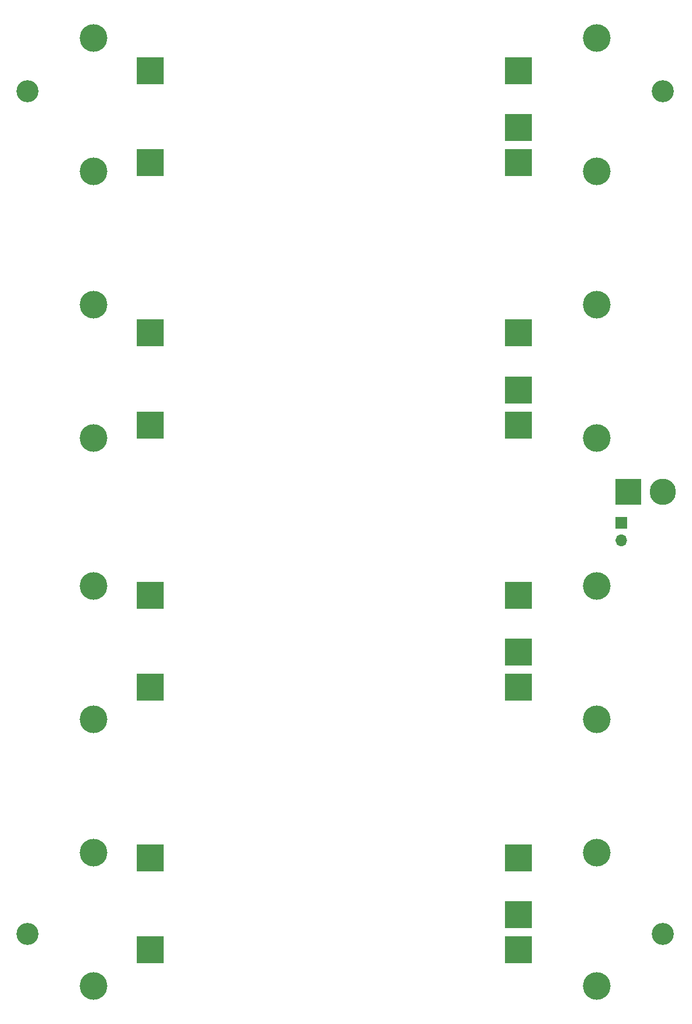
<source format=gbr>
%TF.GenerationSoftware,KiCad,Pcbnew,(6.0.1)*%
%TF.CreationDate,2022-02-05T20:25:37-05:00*%
%TF.ProjectId,battery-board,62617474-6572-4792-9d62-6f6172642e6b,rev?*%
%TF.SameCoordinates,Original*%
%TF.FileFunction,Soldermask,Top*%
%TF.FilePolarity,Negative*%
%FSLAX46Y46*%
G04 Gerber Fmt 4.6, Leading zero omitted, Abs format (unit mm)*
G04 Created by KiCad (PCBNEW (6.0.1)) date 2022-02-05 20:25:37*
%MOMM*%
%LPD*%
G01*
G04 APERTURE LIST*
%ADD10R,4.000000X4.000000*%
%ADD11R,1.700000X1.700000*%
%ADD12O,1.700000X1.700000*%
%ADD13C,3.200000*%
%ADD14R,3.800000X3.800000*%
%ADD15C,3.800000*%
%ADD16C,4.000000*%
G04 APERTURE END LIST*
D10*
%TO.C,MOD3*%
X20779999Y-16032500D03*
X74119999Y-16032500D03*
X20779999Y-29366500D03*
X74119999Y-29367500D03*
X74119999Y-24287500D03*
%TD*%
%TO.C,MOD2*%
X20780000Y-129982500D03*
X74120000Y-129982500D03*
X20780000Y-143316500D03*
X74120000Y-143317500D03*
X74120000Y-138237500D03*
%TD*%
%TO.C,MOD1*%
X20780000Y-91999166D03*
X74120000Y-91999166D03*
X20780000Y-105333166D03*
X74120000Y-105334166D03*
X74120000Y-100254166D03*
%TD*%
%TO.C,MOD4*%
X20780000Y-54015833D03*
X74120000Y-54015833D03*
X20780000Y-67349833D03*
X74120000Y-67350833D03*
X74120000Y-62270833D03*
%TD*%
D11*
%TO.C,J2*%
X89050000Y-81500000D03*
D12*
X89050000Y-84040000D03*
%TD*%
D13*
%TO.C,H2*%
X3000000Y-141000000D03*
%TD*%
%TO.C,H4*%
X95000000Y-19000000D03*
%TD*%
%TO.C,H3*%
X95000000Y-141000000D03*
%TD*%
D14*
%TO.C,J1*%
X90000000Y-77000000D03*
D15*
X95000000Y-77000000D03*
%TD*%
D13*
%TO.C,H1*%
X3000000Y-19000000D03*
%TD*%
D16*
%TO.C,BH2*%
X12551000Y-11314000D03*
X12551000Y-30618000D03*
X12551000Y-49922000D03*
X12551000Y-69226000D03*
X85449000Y-69226000D03*
X85449000Y-49922000D03*
X85449000Y-30618000D03*
X85449000Y-11314000D03*
%TD*%
%TO.C,BH1*%
X85449000Y-90624000D03*
X85449000Y-109928000D03*
X85449000Y-129232000D03*
X85449000Y-148536000D03*
X12551000Y-148536000D03*
X12551000Y-129232000D03*
X12551000Y-109928000D03*
X12551000Y-90624000D03*
%TD*%
M02*

</source>
